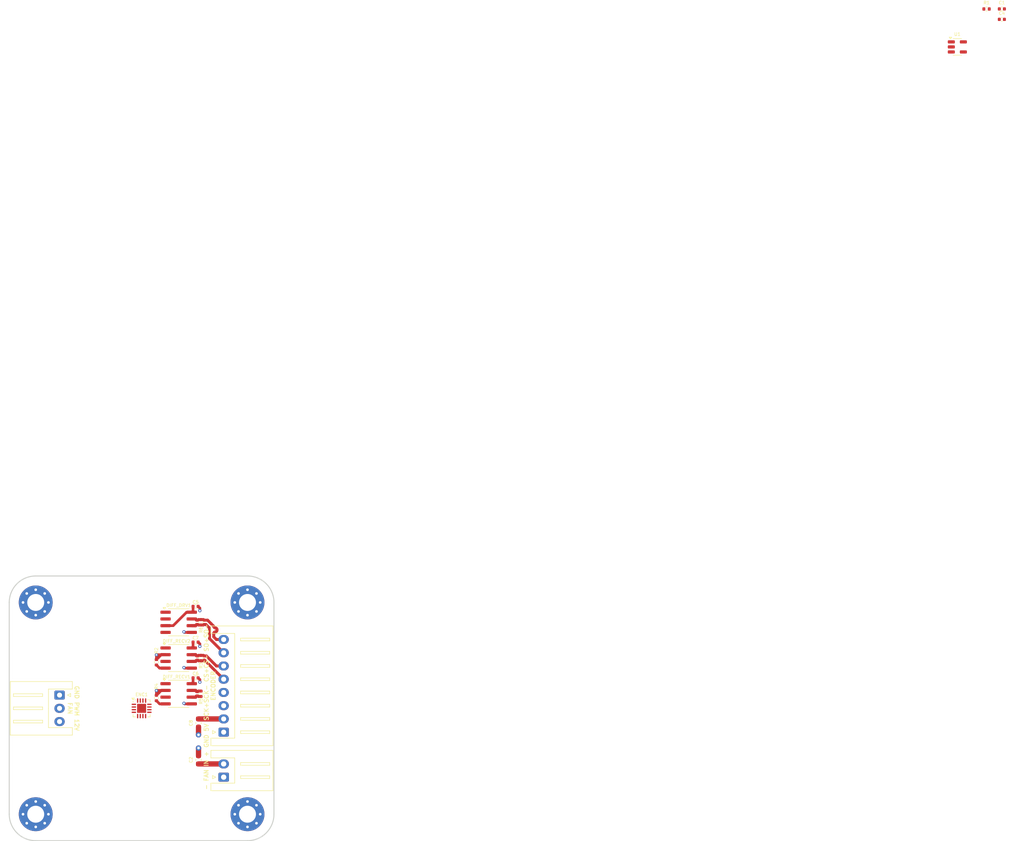
<source format=kicad_pcb>
(kicad_pcb (version 20241229) (generator "pcbnew") (generator_version "9.0")
  (layers (0 "F.Cu" signal) (2 "B.Cu" signal) (13 "F.Paste" user) (15 "B.Paste" user) (5 "F.SilkS" user "F.Silkscreen") (7 "B.SilkS" user "B.Silkscreen") (1 "F.Mask" user) (3 "B.Mask" user) (25 "Edge.Cuts" user))
  (net 0 "")
  (net 1 "GND")
  (net 2 "+5V")
  (net 3 "+12V")
  (net 4 "/ENC_DIFF.MISO-")
  (net 5 "/ENC.MISO")
  (net 7 "/ENC_DIFF.MISO+")
  (net 9 "/ENC_DIFF.SCLK+")
  (net 11 "/ENC_DIFF.SCLK-")
  (net 12 "/ENC.SCLK")
  (net 13 "Net-(DIFF_RECV1-DI)")
  (net 14 "/ENC.SCS")
  (net 15 "Net-(DIFF_RECV2-DI)")
  (net 16 "/ENC_DIFF.SCS-")
  (net 18 "/ENC_DIFF.SCS+")
  (net 29 "/FAN_PWM_INV")
  (net 30 "/FAN_PWM")
  (footprint "Package_SO:SOIC-8_3.9x4.9mm_P1.27mm" (layer "F.Cu") (at 7 -9.5)
    (property "Reference" "DIFF_RECV2" (at -0.4 -3.2 0) (layer "F.SilkS") (effects (font (size 0.6 0.6) (thickness 0.1))))
    (property "Value" "BSP48520AS")
    (fp_line (start 0 -2.56) (end -1.95 -2.56) (stroke (width 0.12)) (layer "F.SilkS"))
    (fp_line (start 0 -2.56) (end 1.95 -2.56) (stroke (width 0.12)) (layer "F.SilkS"))
    (fp_line (start 0 2.56) (end -1.95 2.56) (stroke (width 0.12)) (layer "F.SilkS"))
    (fp_line (start 0 2.56) (end 1.95 2.56) (stroke (width 0.12)) (layer "F.SilkS"))
    (fp_poly (pts (xy -2.7 -2.465) (xy -2.94 -2.795) (xy -2.46 -2.795)) (stroke (width 0.12)) (fill yes) (layer "F.SilkS"))
    (pad "1" smd roundrect (at -2.475 -1.905) (size 1.95 0.6) (layers "F.Cu" "F.Mask" "F.Paste") (net 14 "/ENC.SCS"))
    (pad "2" smd roundrect (at -2.475 -0.635) (size 1.95 0.6) (layers "F.Cu" "F.Mask" "F.Paste") (net 1 "GND"))
    (pad "3" smd roundrect (at -2.475 0.635) (size 1.95 0.6) (layers "F.Cu" "F.Mask" "F.Paste"))
    (pad "4" smd roundrect (at -2.475 1.905) (size 1.95 0.6) (layers "F.Cu" "F.Mask" "F.Paste") (net 15 "Net-(DIFF_RECV2-DI)"))
    (pad "5" smd roundrect (at 2.475 1.905) (size 1.95 0.6) (layers "F.Cu" "F.Mask" "F.Paste") (net 1 "GND"))
    (pad "6" smd roundrect (at 2.475 0.635) (size 1.95 0.6) (layers "F.Cu" "F.Mask" "F.Paste") (net 18 "/ENC_DIFF.SCS+"))
    (pad "7" smd roundrect (at 2.475 -0.635) (size 1.95 0.6) (layers "F.Cu" "F.Mask" "F.Paste") (net 16 "/ENC_DIFF.SCS-"))
    (pad "8" smd roundrect (at 2.475 -1.905) (size 1.95 0.6) (layers "F.Cu" "F.Mask" "F.Paste") (net 2 "+5V"))
  )
  (footprint "MountingHole:MountingHole_3.2mm_M3_Pad_Via" (layer "F.Cu") (at 20 -20)
    (property "Reference" "H1" (hide yes))
    (property "Value" "M3" (hide yes))
    (pad "1" thru_hole circle (at -2.4 0) (size 0.8 0.8) (drill 0.5) (layers "*.Cu" "*.Mask") (net 1 "GND"))
    (pad "1" thru_hole circle (at -1.697056 -1.697056) (size 0.8 0.8) (drill 0.5) (layers "*.Cu" "*.Mask") (net 1 "GND"))
    (pad "1" thru_hole circle (at -1.697056 1.697056) (size 0.8 0.8) (drill 0.5) (layers "*.Cu" "*.Mask") (net 1 "GND"))
    (pad "1" thru_hole circle (at 0 -2.4) (size 0.8 0.8) (drill 0.5) (layers "*.Cu" "*.Mask") (net 1 "GND"))
    (pad "1" thru_hole circle (at 0 0) (size 6.4 6.4) (drill 3.2) (layers "*.Cu" "*.Mask") (net 1 "GND"))
    (pad "1" thru_hole circle (at 0 2.4) (size 0.8 0.8) (drill 0.5) (layers "*.Cu" "*.Mask") (net 1 "GND"))
    (pad "1" thru_hole circle (at 1.697056 -1.697056) (size 0.8 0.8) (drill 0.5) (layers "*.Cu" "*.Mask") (net 1 "GND"))
    (pad "1" thru_hole circle (at 1.697056 1.697056) (size 0.8 0.8) (drill 0.5) (layers "*.Cu" "*.Mask") (net 1 "GND"))
    (pad "1" thru_hole circle (at 2.4 0) (size 0.8 0.8) (drill 0.5) (layers "*.Cu" "*.Mask") (net 1 "GND"))
  )
  (footprint "Resistor_SMD:R_0402_1005Metric" (layer "F.Cu") (at 159.6 -132.1)
    (property "Reference" "R1" (at 0 -1.17 0) (layer "F.SilkS") (effects (font (size 0.6 0.6) (thickness 0.1))))
    (property "Value" "10K")
    (fp_line (start -0.153641 -0.38) (end 0.153641 -0.38) (stroke (width 0.12)) (layer "F.SilkS"))
    (fp_line (start -0.153641 0.38) (end 0.153641 0.38) (stroke (width 0.12)) (layer "F.SilkS"))
    (pad "1" smd roundrect (at -0.51 0) (size 0.54 0.64) (layers "F.Cu" "F.Mask" "F.Paste") (net 2 "+5V"))
    (pad "2" smd roundrect (at 0.51 0) (size 0.54 0.64) (layers "F.Cu" "F.Mask" "F.Paste") (net 29 "/FAN_PWM_INV"))
  )
  (footprint "Capacitor_SMD:C_0402_1005Metric" (layer "F.Cu") (at 10.2 -12.5 180)
    (property "Reference" "C7" (at 0 0.8 0) (layer "F.SilkS") (effects (font (size 0.6 0.6) (thickness 0.1))))
    (property "Value" "100nF 50V")
    (fp_line (start -0.107836 0.36) (end 0.107836 0.36) (stroke (width 0.12)) (layer "F.SilkS"))
    (fp_line (start -0.107836 -0.36) (end 0.107836 -0.36) (stroke (width 0.12)) (layer "F.SilkS"))
    (pad "1" smd roundrect (at -0.48 0 180) (size 0.56 0.62) (layers "F.Cu" "F.Mask" "F.Paste") (net 1 "GND"))
    (pad "2" smd roundrect (at 0.48 0 180) (size 0.56 0.62) (layers "F.Cu" "F.Mask" "F.Paste") (net 2 "+5V"))
  )
  (footprint "Capacitor_SMD:C_0402_1005Metric" (layer "F.Cu") (at 162.49 -130.14)
    (property "Reference" "C4" (at 0 -1.16 0) (layer "F.SilkS") (effects (font (size 0.6 0.6) (thickness 0.1))))
    (property "Value" "100nF 50V")
    (fp_line (start -0.107836 -0.36) (end 0.107836 -0.36) (stroke (width 0.12)) (layer "F.SilkS"))
    (fp_line (start -0.107836 0.36) (end 0.107836 0.36) (stroke (width 0.12)) (layer "F.SilkS"))
    (pad "1" smd roundrect (at -0.48 0) (size 0.56 0.62) (layers "F.Cu" "F.Mask" "F.Paste") (net 1 "GND"))
    (pad "2" smd roundrect (at 0.48 0) (size 0.56 0.62) (layers "F.Cu" "F.Mask" "F.Paste") (net 2 "+5V"))
  )
  (footprint "Resistor_SMD:R_0402_1005Metric" (layer "F.Cu") (at 11.2 -16.25 90)
    (property "Reference" "R6" (at -1.4 0 90) (layer "F.SilkS") (effects (font (size 0.6 0.6) (thickness 0.1))))
    (property "Value" "100")
    (fp_line (start -0.153641 -0.38) (end 0.153641 -0.38) (stroke (width 0.12)) (layer "F.SilkS"))
    (fp_line (start -0.153641 0.38) (end 0.153641 0.38) (stroke (width 0.12)) (layer "F.SilkS"))
    (pad "1" smd roundrect (at -0.509999 0 90) (size 0.54 0.64) (layers "F.Cu" "F.Mask" "F.Paste") (net 7 "/ENC_DIFF.MISO+"))
    (pad "2" smd roundrect (at 0.509999 0 90) (size 0.54 0.64) (layers "F.Cu" "F.Mask" "F.Paste") (net 4 "/ENC_DIFF.MISO-"))
  )
  (footprint "Package_TO_SOT_SMD:SOT-23-5" (layer "F.Cu") (at 154.08 -124.935)
    (property "Reference" "U1" (at 0 -2.4 0) (layer "F.SilkS") (effects (font (size 0.6 0.6) (thickness 0.1))))
    (property "Value" "SN74LVC1G14DBV")
    (fp_line (start 0 -1.56) (end -0.8 -1.56) (stroke (width 0.12)) (layer "F.SilkS"))
    (fp_line (start 0 -1.56) (end 0.8 -1.56) (stroke (width 0.12)) (layer "F.SilkS"))
    (fp_line (start 0 1.56) (end -0.8 1.56) (stroke (width 0.12)) (layer "F.SilkS"))
    (fp_line (start 0 1.56) (end 0.8 1.56) (stroke (width 0.12)) (layer "F.SilkS"))
    (fp_poly (pts (xy -1.3 -1.51) (xy -1.54 -1.84) (xy -1.06 -1.84)) (stroke (width 0.12)) (fill yes) (layer "F.SilkS"))
    (pad "1" smd roundrect (at -1.1375 -0.95) (size 1.325 0.6) (layers "F.Cu" "F.Mask" "F.Paste"))
    (pad "2" smd roundrect (at -1.1375 0) (size 1.325 0.6) (layers "F.Cu" "F.Mask" "F.Paste") (net 29 "/FAN_PWM_INV"))
    (pad "3" smd roundrect (at -1.1375 0.95) (size 1.325 0.6) (layers "F.Cu" "F.Mask" "F.Paste") (net 1 "GND"))
    (pad "4" smd roundrect (at 1.1375 0.95) (size 1.325 0.6) (layers "F.Cu" "F.Mask" "F.Paste") (net 30 "/FAN_PWM"))
    (pad "5" smd roundrect (at 1.1375 -0.95) (size 1.325 0.6) (layers "F.Cu" "F.Mask" "F.Paste") (net 2 "+5V"))
  )
  (footprint "Resistor_SMD:R_0402_1005Metric" (layer "F.Cu") (at 2.8 -8.7 90)
    (property "Reference" "R2" (at 2.2 0 90) (layer "F.SilkS") (effects (font (size 0.6 0.6) (thickness 0.1))))
    (property "Value" "10K")
    (fp_line (start -0.153641 -0.38) (end 0.153641 -0.38) (stroke (width 0.12)) (layer "F.SilkS"))
    (fp_line (start -0.153641 0.38) (end 0.153641 0.38) (stroke (width 0.12)) (layer "F.SilkS"))
    (pad "1" smd roundrect (at -0.509999 0 90) (size 0.54 0.64) (layers "F.Cu" "F.Mask" "F.Paste") (net 15 "Net-(DIFF_RECV2-DI)"))
    (pad "2" smd roundrect (at 0.509999 0 90) (size 0.54 0.64) (layers "F.Cu" "F.Mask" "F.Paste") (net 1 "GND"))
  )
  (footprint "MountingHole:MountingHole_3.2mm_M3_Pad_Via" (layer "F.Cu") (at -20 -20)
    (property "Reference" "H4" (hide yes))
    (property "Value" "M3" (hide yes))
    (pad "1" thru_hole circle (at -2.4 0) (size 0.8 0.8) (drill 0.5) (layers "*.Cu" "*.Mask") (net 1 "GND"))
    (pad "1" thru_hole circle (at -1.697056 -1.697056) (size 0.8 0.8) (drill 0.5) (layers "*.Cu" "*.Mask") (net 1 "GND"))
    (pad "1" thru_hole circle (at -1.697056 1.697056) (size 0.8 0.8) (drill 0.5) (layers "*.Cu" "*.Mask") (net 1 "GND"))
    (pad "1" thru_hole circle (at 0 -2.4) (size 0.8 0.8) (drill 0.5) (layers "*.Cu" "*.Mask") (net 1 "GND"))
    (pad "1" thru_hole circle (at 0 0) (size 6.4 6.4) (drill 3.2) (layers "*.Cu" "*.Mask") (net 1 "GND"))
    (pad "1" thru_hole circle (at 0 2.4) (size 0.8 0.8) (drill 0.5) (layers "*.Cu" "*.Mask") (net 1 "GND"))
    (pad "1" thru_hole circle (at 1.697056 -1.697056) (size 0.8 0.8) (drill 0.5) (layers "*.Cu" "*.Mask") (net 1 "GND"))
    (pad "1" thru_hole circle (at 1.697056 1.697056) (size 0.8 0.8) (drill 0.5) (layers "*.Cu" "*.Mask") (net 1 "GND"))
    (pad "1" thru_hole circle (at 2.4 0) (size 0.8 0.8) (drill 0.5) (layers "*.Cu" "*.Mask") (net 1 "GND"))
  )
  (footprint "Capacitor_SMD:C_0603_1608Metric" (layer "F.Cu") (at 10.75 2.775 90)
    (property "Reference" "C8" (at 0 -1.43 90) (layer "F.SilkS") (effects (font (size 0.6 0.6) (thickness 0.1))))
    (property "Value" "10uF 25V")
    (fp_line (start -0.140581 -0.51) (end 0.140581 -0.51) (stroke (width 0.12)) (layer "F.SilkS"))
    (fp_line (start -0.140581 0.51) (end 0.140581 0.51) (stroke (width 0.12)) (layer "F.SilkS"))
    (pad "1" smd roundrect (at -0.775 0 90) (size 0.9 0.95) (layers "F.Cu" "F.Mask" "F.Paste") (net 1 "GND"))
    (pad "2" smd roundrect (at 0.775 0 90) (size 0.9 0.95) (layers "F.Cu" "F.Mask" "F.Paste") (net 2 "+5V"))
  )
  (footprint "Package_DFN_QFN:QFN-16-1EP_3x3mm_P0.5mm_EP1.7x1.7mm" (layer "F.Cu") (at 0 0)
    (property "Reference" "ENC1" (at 0 -2.6 0) (layer "F.SilkS") (effects (font (size 0.6 0.6) (thickness 0.1))))
    (property "Value" "MT6701QT")
    (fp_line (start -1.61 -1.135) (end -1.61 -1.37) (stroke (width 0.12)) (layer "F.SilkS"))
    (fp_line (start -1.61 1.61) (end -1.61 1.135) (stroke (width 0.12)) (layer "F.SilkS"))
    (fp_line (start -1.135 -1.61) (end -1.31 -1.61) (stroke (width 0.12)) (layer "F.SilkS"))
    (fp_line (start -1.135 1.61) (end -1.61 1.61) (stroke (width 0.12)) (layer "F.SilkS"))
    (fp_line (start 1.135 -1.61) (end 1.61 -1.61) (stroke (width 0.12)) (layer "F.SilkS"))
    (fp_line (start 1.135 1.61) (end 1.61 1.61) (stroke (width 0.12)) (layer "F.SilkS"))
    (fp_line (start 1.61 -1.61) (end 1.61 -1.135) (stroke (width 0.12)) (layer "F.SilkS"))
    (fp_line (start 1.61 1.61) (end 1.61 1.135) (stroke (width 0.12)) (layer "F.SilkS"))
    (fp_poly (pts (xy -1.61 -1.61) (xy -1.85 -1.94) (xy -1.37 -1.94)) (stroke (width 0.12)) (fill yes) (layer "F.SilkS"))
    (pad "1" smd roundrect (at -1.4625 -0.75) (size 0.825 0.25) (layers "F.Cu" "F.Mask" "F.Paste"))
    (pad "2" smd roundrect (at -1.4625 -0.25) (size 0.825 0.25) (layers "F.Cu" "F.Mask" "F.Paste"))
    (pad "3" smd roundrect (at -1.4625 0.25) (size 0.825 0.25) (layers "F.Cu" "F.Mask" "F.Paste"))
    (pad "4" smd roundrect (at -1.4625 0.75) (size 0.825 0.25) (layers "F.Cu" "F.Mask" "F.Paste"))
    (pad "5" smd roundrect (at -0.75 1.4625) (size 0.25 0.825) (layers "F.Cu" "F.Mask" "F.Paste"))
    (pad "6" smd roundrect (at -0.25 1.4625) (size 0.25 0.825) (layers "F.Cu" "F.Mask" "F.Paste") (net 5 "/ENC.MISO"))
    (pad "7" smd roundrect (at 0.25 1.4625) (size 0.25 0.825) (layers "F.Cu" "F.Mask" "F.Paste") (net 12 "/ENC.SCLK"))
    (pad "8" smd roundrect (at 0.75 1.4625) (size 0.25 0.825) (layers "F.Cu" "F.Mask" "F.Paste") (net 14 "/ENC.SCS"))
    (pad "9" smd roundrect (at 1.4625 0.75) (size 0.825 0.25) (layers "F.Cu" "F.Mask" "F.Paste"))
    (pad "10" smd roundrect (at 1.4625 0.25) (size 0.825 0.25) (layers "F.Cu" "F.Mask" "F.Paste"))
    (pad "11" smd roundrect (at 1.4625 -0.25) (size 0.825 0.25) (layers "F.Cu" "F.Mask" "F.Paste"))
    (pad "12" smd roundrect (at 1.4625 -0.75) (size 0.825 0.25) (layers "F.Cu" "F.Mask" "F.Paste"))
    (pad "13" smd roundrect (at 0.75 -1.4625) (size 0.25 0.825) (layers "F.Cu" "F.Mask" "F.Paste") (net 2 "+5V"))
    (pad "14" smd roundrect (at 0.25 -1.4625) (size 0.25 0.825) (layers "F.Cu" "F.Mask" "F.Paste") (net 2 "+5V"))
    (pad "15" smd roundrect (at -0.25 -1.4625) (size 0.25 0.825) (layers "F.Cu" "F.Mask" "F.Paste"))
    (pad "16" smd roundrect (at -0.75 -1.4625) (size 0.25 0.825) (layers "F.Cu" "F.Mask" "F.Paste") (net 1 "GND"))
    (pad "17" smd rect (at 0 0) (size 1.7 1.7) (property pad_prop_heatsink) (layers "F.Cu" "F.Mask") (net 1 "GND"))
  )
  (footprint "Resistor_SMD:R_0402_1005Metric" (layer "F.Cu") (at 11.2 -2.75 90)
    (property "Reference" "R5" (at -1.4 0 90) (layer "F.SilkS") (effects (font (size 0.6 0.6) (thickness 0.1))))
    (property "Value" "100")
    (fp_line (start -0.153641 -0.38) (end 0.153641 -0.38) (stroke (width 0.12)) (layer "F.SilkS"))
    (fp_line (start -0.153641 0.38) (end 0.153641 0.38) (stroke (width 0.12)) (layer "F.SilkS"))
    (pad "1" smd roundrect (at -0.509999 0 90) (size 0.54 0.64) (layers "F.Cu" "F.Mask" "F.Paste") (net 9 "/ENC_DIFF.SCLK+"))
    (pad "2" smd roundrect (at 0.509999 0 90) (size 0.54 0.64) (layers "F.Cu" "F.Mask" "F.Paste") (net 11 "/ENC_DIFF.SCLK-"))
  )
  (footprint "Capacitor_SMD:C_0603_1608Metric" (layer "F.Cu") (at 10.75 9.725 90)
    (property "Reference" "C2" (at 0 -1.43 90) (layer "F.SilkS") (effects (font (size 0.6 0.6) (thickness 0.1))))
    (property "Value" "10uF 25V")
    (fp_line (start -0.140581 -0.51) (end 0.140581 -0.51) (stroke (width 0.12)) (layer "F.SilkS"))
    (fp_line (start -0.140581 0.51) (end 0.140581 0.51) (stroke (width 0.12)) (layer "F.SilkS"))
    (pad "1" smd roundrect (at -0.775 0 90) (size 0.9 0.95) (layers "F.Cu" "F.Mask" "F.Paste") (net 3 "+12V"))
    (pad "2" smd roundrect (at 0.775 0 90) (size 0.9 0.95) (layers "F.Cu" "F.Mask" "F.Paste") (net 1 "GND"))
  )
  (footprint "Package_SO:SOIC-8_3.9x4.9mm_P1.27mm" (layer "F.Cu") (at 7 -16.25)
    (property "Reference" "DIFF_DRV1" (at 0 -3.2 0) (layer "F.SilkS") (effects (font (size 0.6 0.6) (thickness 0.1))))
    (property "Value" "BSP48520AS")
    (fp_line (start 0 -2.56) (end -1.95 -2.56) (stroke (width 0.12)) (layer "F.SilkS"))
    (fp_line (start 0 -2.56) (end 1.95 -2.56) (stroke (width 0.12)) (layer "F.SilkS"))
    (fp_line (start 0 2.56) (end -1.95 2.56) (stroke (width 0.12)) (layer "F.SilkS"))
    (fp_line (start 0 2.56) (end 1.95 2.56) (stroke (width 0.12)) (layer "F.SilkS"))
    (fp_poly (pts (xy -2.7 -2.465) (xy -2.94 -2.795) (xy -2.46 -2.795)) (stroke (width 0.12)) (fill yes) (layer "F.SilkS"))
    (pad "1" smd roundrect (at -2.475 -1.905) (size 1.95 0.6) (layers "F.Cu" "F.Mask" "F.Paste"))
    (pad "2" smd roundrect (at -2.475 -0.635) (size 1.95 0.6) (layers "F.Cu" "F.Mask" "F.Paste"))
    (pad "3" smd roundrect (at -2.475 0.635) (size 1.95 0.6) (layers "F.Cu" "F.Mask" "F.Paste") (net 2 "+5V"))
    (pad "4" smd roundrect (at -2.475 1.905) (size 1.95 0.6) (layers "F.Cu" "F.Mask" "F.Paste") (net 5 "/ENC.MISO"))
    (pad "5" smd roundrect (at 2.475 1.905) (size 1.95 0.6) (layers "F.Cu" "F.Mask" "F.Paste") (net 1 "GND"))
    (pad "6" smd roundrect (at 2.475 0.635) (size 1.95 0.6) (layers "F.Cu" "F.Mask" "F.Paste") (net 7 "/ENC_DIFF.MISO+"))
    (pad "7" smd roundrect (at 2.475 -0.635) (size 1.95 0.6) (layers "F.Cu" "F.Mask" "F.Paste") (net 4 "/ENC_DIFF.MISO-"))
    (pad "8" smd roundrect (at 2.475 -1.905) (size 1.95 0.6) (layers "F.Cu" "F.Mask" "F.Paste") (net 2 "+5V"))
  )
  (footprint "Resistor_SMD:R_0402_1005Metric" (layer "F.Cu") (at 11.2 -9.5 90)
    (property "Reference" "R3" (at -1.4 0 90) (layer "F.SilkS") (effects (font (size 0.6 0.6) (thickness 0.1))))
    (property "Value" "100")
    (fp_line (start -0.153641 -0.38) (end 0.153641 -0.38) (stroke (width 0.12)) (layer "F.SilkS"))
    (fp_line (start -0.153641 0.38) (end 0.153641 0.38) (stroke (width 0.12)) (layer "F.SilkS"))
    (pad "1" smd roundrect (at -0.509999 0 90) (size 0.54 0.64) (layers "F.Cu" "F.Mask" "F.Paste") (net 18 "/ENC_DIFF.SCS+"))
    (pad "2" smd roundrect (at 0.509999 0 90) (size 0.54 0.64) (layers "F.Cu" "F.Mask" "F.Paste") (net 16 "/ENC_DIFF.SCS-"))
  )
  (footprint "Capacitor_SMD:C_0402_1005Metric" (layer "F.Cu") (at 10.2 -19.25 180)
    (property "Reference" "C5" (at 0 0.8 0) (layer "F.SilkS") (effects (font (size 0.6 0.6) (thickness 0.1))))
    (property "Value" "100nF 50V")
    (fp_line (start -0.107836 0.36) (end 0.107836 0.36) (stroke (width 0.12)) (layer "F.SilkS"))
    (fp_line (start -0.107836 -0.36) (end 0.107836 -0.36) (stroke (width 0.12)) (layer "F.SilkS"))
    (pad "1" smd roundrect (at -0.48 0 180) (size 0.56 0.62) (layers "F.Cu" "F.Mask" "F.Paste") (net 1 "GND"))
    (pad "2" smd roundrect (at 0.48 0 180) (size 0.56 0.62) (layers "F.Cu" "F.Mask" "F.Paste") (net 2 "+5V"))
  )
  (footprint "MountingHole:MountingHole_3.2mm_M3_Pad_Via" (layer "F.Cu") (at 20 20)
    (property "Reference" "H2" (hide yes))
    (property "Value" "M3" (hide yes))
    (pad "1" thru_hole circle (at -2.4 0) (size 0.8 0.8) (drill 0.5) (layers "*.Cu" "*.Mask") (net 1 "GND"))
    (pad "1" thru_hole circle (at -1.697056 -1.697056) (size 0.8 0.8) (drill 0.5) (layers "*.Cu" "*.Mask") (net 1 "GND"))
    (pad "1" thru_hole circle (at -1.697056 1.697056) (size 0.8 0.8) (drill 0.5) (layers "*.Cu" "*.Mask") (net 1 "GND"))
    (pad "1" thru_hole circle (at 0 -2.4) (size 0.8 0.8) (drill 0.5) (layers "*.Cu" "*.Mask") (net 1 "GND"))
    (pad "1" thru_hole circle (at 0 0) (size 6.4 6.4) (drill 3.2) (layers "*.Cu" "*.Mask") (net 1 "GND"))
    (pad "1" thru_hole circle (at 0 2.4) (size 0.8 0.8) (drill 0.5) (layers "*.Cu" "*.Mask") (net 1 "GND"))
    (pad "1" thru_hole circle (at 1.697056 -1.697056) (size 0.8 0.8) (drill 0.5) (layers "*.Cu" "*.Mask") (net 1 "GND"))
    (pad "1" thru_hole circle (at 1.697056 1.697056) (size 0.8 0.8) (drill 0.5) (layers "*.Cu" "*.Mask") (net 1 "GND"))
    (pad "1" thru_hole circle (at 2.4 0) (size 0.8 0.8) (drill 0.5) (layers "*.Cu" "*.Mask") (net 1 "GND"))
  )
  (footprint "Package_SO:SOIC-8_3.9x4.9mm_P1.27mm" (layer "F.Cu") (at 7 -2.75)
    (property "Reference" "DIFF_RECV1" (at -0.4 -3.2 0) (layer "F.SilkS") (effects (font (size 0.6 0.6) (thickness 0.1))))
    (property "Value" "BSP48520AS")
    (fp_line (start 0 -2.56) (end -1.95 -2.56) (stroke (width 0.12)) (layer "F.SilkS"))
    (fp_line (start 0 -2.56) (end 1.95 -2.56) (stroke (width 0.12)) (layer "F.SilkS"))
    (fp_line (start 0 2.56) (end -1.95 2.56) (stroke (width 0.12)) (layer "F.SilkS"))
    (fp_line (start 0 2.56) (end 1.95 2.56) (stroke (width 0.12)) (layer "F.SilkS"))
    (fp_poly (pts (xy -2.7 -2.465) (xy -2.94 -2.795) (xy -2.46 -2.795)) (stroke (width 0.12)) (fill yes) (layer "F.SilkS"))
    (pad "1" smd roundrect (at -2.475 -1.905) (size 1.95 0.6) (layers "F.Cu" "F.Mask" "F.Paste") (net 12 "/ENC.SCLK"))
    (pad "2" smd roundrect (at -2.475 -0.635) (size 1.95 0.6) (layers "F.Cu" "F.Mask" "F.Paste") (net 1 "GND"))
    (pad "3" smd roundrect (at -2.475 0.635) (size 1.95 0.6) (layers "F.Cu" "F.Mask" "F.Paste"))
    (pad "4" smd roundrect (at -2.475 1.905) (size 1.95 0.6) (layers "F.Cu" "F.Mask" "F.Paste") (net 13 "Net-(DIFF_RECV1-DI)"))
    (pad "5" smd roundrect (at 2.475 1.905) (size 1.95 0.6) (layers "F.Cu" "F.Mask" "F.Paste") (net 1 "GND"))
    (pad "6" smd roundrect (at 2.475 0.635) (size 1.95 0.6) (layers "F.Cu" "F.Mask" "F.Paste") (net 9 "/ENC_DIFF.SCLK+"))
    (pad "7" smd roundrect (at 2.475 -0.635) (size 1.95 0.6) (layers "F.Cu" "F.Mask" "F.Paste") (net 11 "/ENC_DIFF.SCLK-"))
    (pad "8" smd roundrect (at 2.475 -1.905) (size 1.95 0.6) (layers "F.Cu" "F.Mask" "F.Paste") (net 2 "+5V"))
  )
  (footprint "Resistor_SMD:R_0402_1005Metric" (layer "F.Cu") (at 2.8 -1.95 90)
    (property "Reference" "R4" (at 2.2 0 90) (layer "F.SilkS") (effects (font (size 0.6 0.6) (thickness 0.1))))
    (property "Value" "10K")
    (fp_line (start -0.153641 -0.38) (end 0.153641 -0.38) (stroke (width 0.12)) (layer "F.SilkS"))
    (fp_line (start -0.153641 0.38) (end 0.153641 0.38) (stroke (width 0.12)) (layer "F.SilkS"))
    (pad "1" smd roundrect (at -0.509999 0 90) (size 0.54 0.64) (layers "F.Cu" "F.Mask" "F.Paste") (net 13 "Net-(DIFF_RECV1-DI)"))
    (pad "2" smd roundrect (at 0.509999 0 90) (size 0.54 0.64) (layers "F.Cu" "F.Mask" "F.Paste") (net 1 "GND"))
  )
  (footprint "Connector_JST:JST_XH_S8B-XH-A_1x08_P2.50mm_Horizontal" (layer "F.Cu") (at 15.5 4.5 90)
    (property "Reference" "J1" (hide yes))
    (property "Value" "S8B-XH-A")
    (fp_line (start 20.06 -2.41) (end 18.64 -2.41) (stroke (width 0.12)) (layer "F.SilkS"))
    (fp_line (start 18.64 -2.41) (end 18.64 2.09) (stroke (width 0.12)) (layer "F.SilkS"))
    (fp_line (start -1.14 -2.41) (end -1.14 2.09) (stroke (width 0.12)) (layer "F.SilkS"))
    (fp_line (start -2.56 -2.41) (end -1.14 -2.41) (stroke (width 0.12)) (layer "F.SilkS"))
    (fp_line (start 0.3 -2.1) (end 0 -1.5) (stroke (width 0.12)) (layer "F.SilkS"))
    (fp_line (start -0.3 -2.1) (end 0.3 -2.1) (stroke (width 0.12)) (layer "F.SilkS"))
    (fp_line (start 0 -1.5) (end -0.3 -2.1) (stroke (width 0.12)) (layer "F.SilkS"))
    (fp_line (start 18.64 2.09) (end 8.75 2.09) (stroke (width 0.12)) (layer "F.SilkS"))
    (fp_line (start -1.14 2.09) (end 8.75 2.09) (stroke (width 0.12)) (layer "F.SilkS"))
    (fp_line (start 17.75 3.2) (end 17.25 3.2) (stroke (width 0.12)) (layer "F.SilkS"))
    (fp_line (start 17.25 3.2) (end 17.25 8.7) (stroke (width 0.12)) (layer "F.SilkS"))
    (fp_line (start 15.25 3.2) (end 14.75 3.2) (stroke (width 0.12)) (layer "F.SilkS"))
    (fp_line (start 14.75 3.2) (end 14.75 8.7) (stroke (width 0.12)) (layer "F.SilkS"))
    (fp_line (start 12.75 3.2) (end 12.25 3.2) (stroke (width 0.12)) (layer "F.SilkS"))
    (fp_line (start 12.25 3.2) (end 12.25 8.7) (stroke (width 0.12)) (layer "F.SilkS"))
    (fp_line (start 10.25 3.2) (end 9.75 3.2) (stroke (width 0.12)) (layer "F.SilkS"))
    (fp_line (start 9.75 3.2) (end 9.75 8.7) (stroke (width 0.12)) (layer "F.SilkS"))
    (fp_line (start 7.75 3.2) (end 7.25 3.2) (stroke (width 0.12)) (layer "F.SilkS"))
    (fp_line (start 7.25 3.2) (end 7.25 8.7) (stroke (width 0.12)) (layer "F.SilkS"))
    (fp_line (start 5.25 3.2) (end 4.75 3.2) (stroke (width 0.12)) (layer "F.SilkS"))
    (fp_line (start 4.75 3.2) (end 4.75 8.7) (stroke (width 0.12)) (layer "F.SilkS"))
    (fp_line (start 2.75 3.2) (end 2.25 3.2) (stroke (width 0.12)) (layer "F.SilkS"))
    (fp_line (start 2.25 3.2) (end 2.25 8.7) (stroke (width 0.12)) (layer "F.SilkS"))
    (fp_line (start 0.25 3.2) (end -0.25 3.2) (stroke (width 0.12)) (layer "F.SilkS"))
    (fp_line (start -0.25 3.2) (end -0.25 8.7) (stroke (width 0.12)) (layer "F.SilkS"))
    (fp_line (start 17.749999 8.7) (end 17.75 3.2) (stroke (width 0.12)) (layer "F.SilkS"))
    (fp_line (start 17.25 8.7) (end 17.749999 8.7) (stroke (width 0.12)) (layer "F.SilkS"))
    (fp_line (start 15.249999 8.7) (end 15.25 3.2) (stroke (width 0.12)) (layer "F.SilkS"))
    (fp_line (start 14.75 8.7) (end 15.249999 8.7) (stroke (width 0.12)) (layer "F.SilkS"))
    (fp_line (start 12.749999 8.7) (end 12.75 3.2) (stroke (width 0.12)) (layer "F.SilkS"))
    (fp_line (start 12.25 8.7) (end 12.749999 8.7) (stroke (width 0.12)) (layer "F.SilkS"))
    (fp_line (start 10.250001 8.7) (end 10.25 3.2) (stroke (width 0.12)) (layer "F.SilkS"))
    (fp_line (start 9.75 8.7) (end 10.250001 8.7) (stroke (width 0.12)) (layer "F.SilkS"))
    (fp_line (start 7.750001 8.7) (end 7.75 3.2) (stroke (width 0.12)) (layer "F.SilkS"))
    (fp_line (start 7.25 8.7) (end 7.750001 8.7) (stroke (width 0.12)) (layer "F.SilkS"))
    (fp_line (start 5.250001 8.7) (end 5.25 3.2) (stroke (width 0.12)) (layer "F.SilkS"))
    (fp_line (start 4.75 8.7) (end 5.250001 8.7) (stroke (width 0.12)) (layer "F.SilkS"))
    (fp_line (start 2.75 8.7) (end 2.75 3.2) (stroke (width 0.12)) (layer "F.SilkS"))
    (fp_line (start 2.25 8.7) (end 2.75 8.7) (stroke (width 0.12)) (layer "F.SilkS"))
    (fp_line (start 0.25 8.7) (end 0.25 3.2) (stroke (width 0.12)) (layer "F.SilkS"))
    (fp_line (start -0.25 8.7) (end 0.25 8.7) (stroke (width 0.12)) (layer "F.SilkS"))
    (fp_line (start 20.06 9.31) (end 20.06 -2.41) (stroke (width 0.12)) (layer "F.SilkS"))
    (fp_line (start 8.75 9.31) (end 20.06 9.31) (stroke (width 0.12)) (layer "F.SilkS"))
    (fp_line (start 8.75 9.31) (end -2.559999 9.31) (stroke (width 0.12)) (layer "F.SilkS"))
    (fp_line (start -2.559999 9.31) (end -2.56 -2.41) (stroke (width 0.12)) (layer "F.SilkS"))
    (pad "1" thru_hole roundrect (at 0 0 90) (size 1.7 1.95) (drill 0.95) (layers "*.Cu" "*.Mask") (roundrect_rratio 0.147059) (net 1 "GND"))
    (pad "2" thru_hole oval (at 2.5 0 90) (size 1.7 1.95) (drill 0.95) (layers "*.Cu" "*.Mask") (net 2 "+5V"))
    (pad "3" thru_hole oval (at 5 0 90) (size 1.7 1.95) (drill 0.95) (layers "*.Cu" "*.Mask") (net 9 "/ENC_DIFF.SCLK+"))
    (pad "4" thru_hole oval (at 7.5 0 90) (size 1.7 1.95) (drill 0.95) (layers "*.Cu" "*.Mask") (net 11 "/ENC_DIFF.SCLK-"))
    (pad "5" thru_hole oval (at 10 0 90) (size 1.7 1.95) (drill 0.95) (layers "*.Cu" "*.Mask") (net 18 "/ENC_DIFF.SCS+"))
    (pad "6" thru_hole oval (at 12.5 0 90) (size 1.7 1.95) (drill 0.95) (layers "*.Cu" "*.Mask") (net 16 "/ENC_DIFF.SCS-"))
    (pad "7" thru_hole oval (at 15 0 90) (size 1.7 1.95) (drill 0.95) (layers "*.Cu" "*.Mask") (net 7 "/ENC_DIFF.MISO+"))
    (pad "8" thru_hole oval (at 17.5 0 90) (size 1.7 1.95) (drill 0.95) (layers "*.Cu" "*.Mask") (net 4 "/ENC_DIFF.MISO-"))
  )
  (footprint "Connector_JST:JST_XH_S3B-XH-A_1x03_P2.50mm_Horizontal" (layer "F.Cu") (at -15.5 -2.5 -90)
    (property "Reference" "J3" (hide yes))
    (property "Value" "S3B-XH-A")
    (fp_line (start -2.559999 9.31) (end -2.56 -2.41) (stroke (width 0.12)) (layer "F.SilkS"))
    (fp_line (start 2.5 9.31) (end -2.559999 9.31) (stroke (width 0.12)) (layer "F.SilkS"))
    (fp_line (start 2.5 9.31) (end 7.56 9.31) (stroke (width 0.12)) (layer "F.SilkS"))
    (fp_line (start 7.56 9.31) (end 7.56 -2.41) (stroke (width 0.12)) (layer "F.SilkS"))
    (fp_line (start -0.25 8.7) (end 0.25 8.7) (stroke (width 0.12)) (layer "F.SilkS"))
    (fp_line (start 0.25 8.7) (end 0.25 3.2) (stroke (width 0.12)) (layer "F.SilkS"))
    (fp_line (start 2.25 8.7) (end 2.75 8.7) (stroke (width 0.12)) (layer "F.SilkS"))
    (fp_line (start 2.75 8.7) (end 2.75 3.2) (stroke (width 0.12)) (layer "F.SilkS"))
    (fp_line (start 4.75 8.7) (end 5.250001 8.7) (stroke (width 0.12)) (layer "F.SilkS"))
    (fp_line (start 5.250001 8.7) (end 5.25 3.2) (stroke (width 0.12)) (layer "F.SilkS"))
    (fp_line (start -0.25 3.2) (end -0.25 8.7) (stroke (width 0.12)) (layer "F.SilkS"))
    (fp_line (start 0.25 3.2) (end -0.25 3.2) (stroke (width 0.12)) (layer "F.SilkS"))
    (fp_line (start 2.25 3.2) (end 2.25 8.7) (stroke (width 0.12)) (layer "F.SilkS"))
    (fp_line (start 2.75 3.2) (end 2.25 3.2) (stroke (width 0.12)) (layer "F.SilkS"))
    (fp_line (start 4.75 3.2) (end 4.75 8.7) (stroke (width 0.12)) (layer "F.SilkS"))
    (fp_line (start 5.25 3.2) (end 4.75 3.2) (stroke (width 0.12)) (layer "F.SilkS"))
    (fp_line (start -1.14 2.09) (end 2.5 2.09) (stroke (width 0.12)) (layer "F.SilkS"))
    (fp_line (start 6.14 2.09) (end 2.5 2.09) (stroke (width 0.12)) (layer "F.SilkS"))
    (fp_line (start 0 -1.5) (end -0.3 -2.1) (stroke (width 0.12)) (layer "F.SilkS"))
    (fp_line (start -0.3 -2.1) (end 0.3 -2.1) (stroke (width 0.12)) (layer "F.SilkS"))
    (fp_line (start 0.3 -2.1) (end 0 -1.5) (stroke (width 0.12)) (layer "F.SilkS"))
    (fp_line (start -2.56 -2.41) (end -1.14 -2.41) (stroke (width 0.12)) (layer "F.SilkS"))
    (fp_line (start -1.14 -2.41) (end -1.14 2.09) (stroke (width 0.12)) (layer "F.SilkS"))
    (fp_line (start 6.14 -2.41) (end 6.14 2.09) (stroke (width 0.12)) (layer "F.SilkS"))
    (fp_line (start 7.56 -2.41) (end 6.14 -2.41) (stroke (width 0.12)) (layer "F.SilkS"))
    (pad "1" thru_hole roundrect (at 0 0 270) (size 1.7 1.95) (drill 0.95) (layers "*.Cu" "*.Mask") (roundrect_rratio 0.147059) (net 1 "GND"))
    (pad "2" thru_hole oval (at 2.5 0 270) (size 1.7 1.95) (drill 0.95) (layers "*.Cu" "*.Mask") (net 30 "/FAN_PWM"))
    (pad "3" thru_hole oval (at 5 0 270) (size 1.7 1.95) (drill 0.95) (layers "*.Cu" "*.Mask") (net 3 "+12V"))
  )
  (footprint "MountingHole:MountingHole_3.2mm_M3_Pad_Via" (layer "F.Cu") (at -20 20)
    (property "Reference" "H3" (hide yes))
    (property "Value" "M3" (hide yes))
    (pad "1" thru_hole circle (at -2.4 0) (size 0.8 0.8) (drill 0.5) (layers "*.Cu" "*.Mask") (net 1 "GND"))
    (pad "1" thru_hole circle (at -1.697056 -1.697056) (size 0.8 0.8) (drill 0.5) (layers "*.Cu" "*.Mask") (net 1 "GND"))
    (pad "1" thru_hole circle (at -1.697056 1.697056) (size 0.8 0.8) (drill 0.5) (layers "*.Cu" "*.Mask") (net 1 "GND"))
    (pad "1" thru_hole circle (at 0 -2.4) (size 0.8 0.8) (drill 0.5) (layers "*.Cu" "*.Mask") (net 1 "GND"))
    (pad "1" thru_hole circle (at 0 0) (size 6.4 6.4) (drill 3.2) (layers "*.Cu" "*.Mask") (net 1 "GND"))
    (pad "1" thru_hole circle (at 0 2.4) (size 0.8 0.8) (drill 0.5) (layers "*.Cu" "*.Mask") (net 1 "GND"))
    (pad "1" thru_hole circle (at 1.697056 -1.697056) (size 0.8 0.8) (drill 0.5) (layers "*.Cu" "*.Mask") (net 1 "GND"))
    (pad "1" thru_hole circle (at 1.697056 1.697056) (size 0.8 0.8) (drill 0.5) (layers "*.Cu" "*.Mask") (net 1 "GND"))
    (pad "1" thru_hole circle (at 2.4 0) (size 0.8 0.8) (drill 0.5) (layers "*.Cu" "*.Mask") (net 1 "GND"))
  )
  (footprint "Capacitor_SMD:C_0402_1005Metric" (layer "F.Cu") (at 162.49 -132.11)
    (property "Reference" "C1" (at 0 -1.16 0) (layer "F.SilkS") (effects (font (size 0.6 0.6) (thickness 0.1))))
    (property "Value" "100nF 50V")
    (fp_line (start -0.107836 -0.36) (end 0.107836 -0.36) (stroke (width 0.12)) (layer "F.SilkS"))
    (fp_line (start -0.107836 0.36) (end 0.107836 0.36) (stroke (width 0.12)) (layer "F.SilkS"))
    (pad "1" smd roundrect (at -0.48 0) (size 0.56 0.62) (layers "F.Cu" "F.Mask" "F.Paste") (net 1 "GND"))
    (pad "2" smd roundrect (at 0.48 0) (size 0.56 0.62) (layers "F.Cu" "F.Mask" "F.Paste") (net 2 "+5V"))
  )
  (footprint "Capacitor_SMD:C_0402_1005Metric" (layer "F.Cu") (at 10.2 -5.75 180)
    (property "Reference" "C6" (at 0 0.8 0) (layer "F.SilkS") (effects (font (size 0.6 0.6) (thickness 0.1))))
    (property "Value" "100nF 50V")
    (fp_line (start -0.107836 0.36) (end 0.107836 0.36) (stroke (width 0.12)) (layer "F.SilkS"))
    (fp_line (start -0.107836 -0.36) (end 0.107836 -0.36) (stroke (width 0.12)) (layer "F.SilkS"))
    (pad "1" smd roundrect (at -0.48 0 180) (size 0.56 0.62) (layers "F.Cu" "F.Mask" "F.Paste") (net 1 "GND"))
    (pad "2" smd roundrect (at 0.48 0 180) (size 0.56 0.62) (layers "F.Cu" "F.Mask" "F.Paste") (net 2 "+5V"))
  )
  (footprint "Connector_JST:JST_XH_S2B-XH-A_1x02_P2.50mm_Horizontal" (layer "F.Cu") (at 15.5 13 90)
    (property "Reference" "J2" (hide yes))
    (property "Value" "S2B-XH-A")
    (fp_line (start 5.06 -2.41) (end 3.64 -2.41) (stroke (width 0.12)) (layer "F.SilkS"))
    (fp_line (start 3.64 -2.41) (end 3.64 2.09) (stroke (width 0.12)) (layer "F.SilkS"))
    (fp_line (start -1.14 -2.41) (end -1.14 2.09) (stroke (width 0.12)) (layer "F.SilkS"))
    (fp_line (start -2.56 -2.41) (end -1.14 -2.41) (stroke (width 0.12)) (layer "F.SilkS"))
    (fp_line (start 0.3 -2.1) (end 0 -1.5) (stroke (width 0.12)) (layer "F.SilkS"))
    (fp_line (start -0.3 -2.1) (end 0.3 -2.1) (stroke (width 0.12)) (layer "F.SilkS"))
    (fp_line (start 0 -1.5) (end -0.3 -2.1) (stroke (width 0.12)) (layer "F.SilkS"))
    (fp_line (start 3.64 2.09) (end 1.25 2.09) (stroke (width 0.12)) (layer "F.SilkS"))
    (fp_line (start -1.14 2.09) (end 1.25 2.09) (stroke (width 0.12)) (layer "F.SilkS"))
    (fp_line (start 2.75 3.2) (end 2.25 3.2) (stroke (width 0.12)) (layer "F.SilkS"))
    (fp_line (start 2.25 3.2) (end 2.25 8.7) (stroke (width 0.12)) (layer "F.SilkS"))
    (fp_line (start 0.25 3.2) (end -0.25 3.2) (stroke (width 0.12)) (layer "F.SilkS"))
    (fp_line (start -0.25 3.2) (end -0.25 8.7) (stroke (width 0.12)) (layer "F.SilkS"))
    (fp_line (start 2.75 8.7) (end 2.75 3.2) (stroke (width 0.12)) (layer "F.SilkS"))
    (fp_line (start 2.25 8.7) (end 2.75 8.7) (stroke (width 0.12)) (layer "F.SilkS"))
    (fp_line (start 0.25 8.7) (end 0.25 3.2) (stroke (width 0.12)) (layer "F.SilkS"))
    (fp_line (start -0.25 8.7) (end 0.25 8.7) (stroke (width 0.12)) (layer "F.SilkS"))
    (fp_line (start 5.06 9.31) (end 5.06 -2.41) (stroke (width 0.12)) (layer "F.SilkS"))
    (fp_line (start -2.559999 9.31) (end -2.56 -2.41) (stroke (width 0.12)) (layer "F.SilkS"))
    (fp_line (start 1.25 9.310001) (end 5.06 9.31) (stroke (width 0.12)) (layer "F.SilkS"))
    (fp_line (start 1.25 9.310001) (end -2.559999 9.31) (stroke (width 0.12)) (layer "F.SilkS"))
    (pad "1" thru_hole roundrect (at 0 0 90) (size 1.7 2) (drill 1) (layers "*.Cu" "*.Mask") (roundrect_rratio 0.147059) (net 29 "/FAN_PWM_INV"))
    (pad "2" thru_hole oval (at 2.5 0 90) (size 1.7 2) (drill 1) (layers "*.Cu" "*.Mask") (net 3 "+12V"))
  )
  (gr_arc (start 25 20) (mid 23.535534 23.535534) (end 20 25) (stroke (width 0.2)) (layer "Edge.Cuts"))
  (gr_arc (start -20 25) (mid -23.535534 23.535534) (end -25 20) (stroke (width 0.2)) (layer "Edge.Cuts"))
  (gr_line (start 20 25) (end -20 25) (stroke (width 0.2)) (layer "Edge.Cuts"))
  (gr_arc (start 20 -25) (mid 23.535534 -23.535534) (end 25 -20) (stroke (width 0.2)) (layer "Edge.Cuts"))
  (gr_line (start -25 20) (end -25 -20) (stroke (width 0.2)) (layer "Edge.Cuts"))
  (gr_line (start 25 -20) (end 25 20) (stroke (width 0.2)) (layer "Edge.Cuts"))
  (gr_line (start -20 -25) (end 20 -25) (stroke (width 0.2)) (layer "Edge.Cuts"))
  (gr_arc (start -25 -20) (mid -23.535534 -23.535534) (end -20 -25) (stroke (width 0.2)) (layer "Edge.Cuts"))
  (gr_text "GND 5V SCK+SCK- CS+CS- SO+SO-\nENCODER" (at 14 -4.25 90) (layer "F.SilkS") (effects (font (size 0.8 0.8) (thickness 0.15) (bold yes)) (justify bottom)))
  (gr_text "- FAN IN +" (at 12.69 11.75 90) (layer "F.SilkS") (effects (font (size 0.8 0.8) (thickness 0.15) (bold yes)) (justify bottom)))
  (gr_text "GND PWM 12V\nFAN" (at -14 0 270) (layer "F.SilkS") (effects (font (size 0.8 0.8) (thickness 0.15) (bold yes)) (justify bottom)))
  (segment (start 11 -18.93) (end 11 -18.45) (width 0.5) (layer "F.Cu") (net 1))
  (segment (start 2.8 -10.1) (end 3.245001 -9.654999) (width 0.5) (layer "F.Cu") (net 1))
  (segment (start 3.725001 -3.385) (end 3.245001 -2.904999) (width 0.5) (layer "F.Cu") (net 1))
  (segment (start 3.245001 -9.654999) (end 2.8 -9.209999) (width 0.5) (layer "F.Cu") (net 1))
  (segment (start 2.8 -3.35) (end 3.245001 -2.904999) (width 0.5) (layer "F.Cu") (net 1))
  (segment (start 8.105 -0.845) (end 8 -0.95) (width 0.5) (layer "F.Cu") (net 1))
  (segment (start 8.105 -14.345) (end 8 -14.45) (width 0.5) (layer "F.Cu") (net 1))
  (segment (start 4.525 -10.135) (end 2.835 -10.135) (width 0.5) (layer "F.Cu") (net 1))
  (segment (start 11 -5.43) (end 11 -4.95) (width 0.5) (layer "F.Cu") (net 1))
  (segment (start 3.725001 -10.135) (end 3.245001 -9.654999) (width 0.5) (layer "F.Cu") (net 1))
  (segment (start 9.475 -7.595) (end 8.105 -7.595) (width 0.5) (layer "F.Cu") (net 1))
  (segment (start 4.525 -10.135) (end 3.725001 -10.135) (width 0.5) (layer "F.Cu") (net 1))
  (segment (start 10.75 3.55) (end 10.75 5) (width 1) (layer "F.Cu") (net 1))
  (segment (start 8.105 -7.595) (end 8 -7.7) (width 0.5) (layer "F.Cu") (net 1))
  (segment (start 2.835 -10.135) (end 2.8 -10.1) (width 0.5) (layer "F.Cu") (net 1))
  (segment (start 2.835 -3.385) (end 2.8 -3.35) (width 0.5) (layer "F.Cu") (net 1))
  (segment (start 2.8 -9.209999) (end 2.8 -10.1) (width 0.5) (layer "F.Cu") (net 1))
  (segment (start 2.8 -2.459999) (end 2.8 -3.35) (width 0.5) (layer "F.Cu") (net 1))
  (segment (start 3.245001 -2.904999) (end 2.8 -2.459999) (width 0.5) (layer "F.Cu") (net 1))
  (segment (start 9.475 -14.345) (end 8.105 -14.345) (width 0.5) (layer "F.Cu") (net 1))
  (segment (start 11 -12.18) (end 11 -11.7) (width 0.5) (layer "F.Cu") (net 1))
  (segment (start 4.525 -3.385) (end 3.725001 -3.385) (width 0.5) (layer "F.Cu") (net 1))
  (segment (start 10.68 -19.25) (end 11 -18.93) (width 0.5) (layer "F.Cu") (net 1))
  (segment (start 10.68 -5.75) (end 11 -5.43) (width 0.5) (layer "F.Cu") (net 1))
  (segment (start 4.525 -3.385) (end 2.835 -3.385) (width 0.5) (layer "F.Cu") (net 1))
  (segment (start 10.75 8.95) (end 10.75 7.5) (width 1) (layer "F.Cu") (net 1))
  (segment (start 9.475 -0.845) (end 8.105 -0.845) (width 0.5) (layer "F.Cu") (net 1))
  (segment (start 10.68 -12.5) (end 11 -12.18) (width 0.5) (layer "F.Cu") (net 1))
  (via (at 2.8 -3.35) (size 0.6) (drill 0.3) (layers "F.Cu" "B.Cu") (net 1))
  (via (at 8 -7.7) (size 0.6) (drill 0.3) (layers "F.Cu" "B.Cu") (net 1))
  (via (at 11 -4.95) (size 0.6) (drill 0.3) (layers "F.Cu" "B.Cu") (net 1))
  (via (at 2.8 -10.1) (size 0.6) (drill 0.3) (layers "F.Cu" "B.Cu") (net 1))
  (via (at 10.75 5) (size 1) (drill 0.5) (layers "F.Cu" "B.Cu") (net 1))
  (via (at 11 -18.45) (size 0.6) (drill 0.3) (layers "F.Cu" "B.Cu") (net 1))
  (via (at 8 -0.95) (size 0.6) (drill 0.3) (layers "F.Cu" "B.Cu") (net 1))
  (via (at 8 -14.45) (size 0.6) (drill 0.3) (layers "F.Cu" "B.Cu") (net 1))
  (via (at 10.75 7.5) (size 1) (drill 0.5) (layers "F.Cu" "B.Cu") (net 1))
  (via (at 11 -11.7) (size 0.6) (drill 0.3) (layers "F.Cu" "B.Cu") (net 1))
  (segment (start 9.72 -12.5) (end 9.72 -11.65) (width 0.5) (layer "F.Cu") (net 2))
  (segment (start 5.960001 -15.615) (end 4.525 -15.615) (width 0.5) (layer "F.Cu") (net 2))
  (segment (start 15.5 2) (end 10.75 2) (width 1) (layer "F.Cu") (net 2))
  (segment (start 9.72 -18.4) (end 9.475 -18.155) (width 0.5) (layer "F.Cu") (net 2))
  (segment (start 9.72 -5.75) (end 9.72 -4.9) (width 0.5) (layer "F.Cu") (net 2))
  (segment (start 9.475 -18.155) (end 8.500001 -18.155) (width 0.5) (layer "F.Cu") (net 2))
  (segment (start 9.72 -4.9) (end 9.475 -4.655) (width 0.5) (layer "F.Cu") (net 2))
  (segment (start 8.500001 -18.155) (end 5.960001 -15.615) (width 0.5) (layer "F.Cu") (net 2))
  (segment (start 9.72 -11.65) (end 9.475 -11.405) (width 0.5) (layer "F.Cu") (net 2))
  (segment (start 9.72 -19.25) (end 9.72 -18.4) (width 0.5) (layer "F.Cu") (net 2))
  (segment (start 15.5 10.5) (end 10.75 10.5) (width 1) (layer "F.Cu") (net 3))
  (segment (start 13.090067 -16.028957) (end 13.626199 -15.492825) (width 0.55) (layer "F.Cu") (net 4))
  (segment (start 10.61 -16.65) (end 10.719999 -16.759999) (width 0.55) (layer "F.Cu") (net 4))
  (segment (start 11.79 -16.65) (end 12.469024 -16.65) (width 0.55) (layer "F.Cu") (net 4))
  (segment (start 12.469024 -16.65) (end 13.090067 -16.028957) (width 0.55) (layer "F.Cu") (net 4))
  (segment (start 11.2 -16.759999) (end 11.680001 -16.759999) (width 0.55) (layer "F.Cu") (net 4))
  (segment (start 13.926199 -15.192825) (end 13.935756 -15.192825) (width 0.55) (layer "F.Cu") (net 4))
  (segment (start 13.626199 -14.142825) (end 13.626199 -13.992825) (width 0.55) (layer "F.Cu") (net 4))
  (segment (start 14.131371 -13) (end 15.438914 -13) (width 0.55) (layer "F.Cu") (net 4))
  (segment (start 14.235756 -14.892825) (end 14.235756 -14.742825) (width 0.55) (layer "F.Cu") (net 4))
  (segment (start 10.719999 -16.759999) (end 11.2 -16.759999) (width 0.55) (layer "F.Cu") (net 4))
  (segment (start 11.680001 -16.759999) (end 11.79 -16.65) (width 0.55) (layer "F.Cu") (net 4))
  (segment (start 13.626199 -13.992825) (end 13.626199 -13.505172) (width 0.55) (layer "F.Cu") (net 4))
  (segment (start 9.475 -16.885) (end 10.15 -16.885) (width 0.55) (layer "F.Cu") (net 4))
  (segment (start 10.15 -16.885) (end 10.385 -16.65) (width 0.55) (layer "F.Cu") (net 4))
  (segment (start 10.385 -16.65) (end 10.61 -16.65) (width 0.55) (layer "F.Cu") (net 4))
  (segment (start 15.438914 -13) (end 15.5 -13) (width 0.55) (layer "F.Cu") (net 4))
  (segment (start 13.626199 -13.505172) (end 14.131371 -13) (width 0.55) (layer "F.Cu") (net 4))
  (segment (start 13.935756 -14.442825) (end 13.926199 -14.442825) (width 0.55) (layer "F.Cu") (net 4))
  (arc (start 13.926199 -14.442825) (mid 13.714067 -14.354957) (end 13.626199 -14.142825) (width 0.55) (layer "F.Cu") (net 4))
  (arc (start 14.235756 -14.742825) (mid 14.147888 -14.530693) (end 13.935756 -14.442825) (width 0.55) (layer "F.Cu") (net 4))
  (arc (start 13.935756 -15.192825) (mid 14.147888 -15.104957) (end 14.235756 -14.892825) (width 0.55) (layer "F.Cu") (net 4))
  (arc (start 13.626199 -15.492825) (mid 13.714067 -15.280693) (end 13.926199 -15.192825) (width 0.55) (layer "F.Cu") (net 4))
  (segment (start 11.2 -15.740001) (end 11.680001 -15.740001) (width 0.55) (layer "F.Cu") (net 7))
  (segment (start 12.826199 -15.161453) (end 12.826199 -13.173801) (width 0.55) (layer "F.Cu") (net 7))
  (segment (start 12.137652 -15.85) (end 12.826199 -15.161453) (width 0.55) (layer "F.Cu") (net 7))
  (segment (start 12.826199 -13.173801) (end 15.5 -10.5) (width 0.55) (layer "F.Cu") (net 7))
  (segment (start 10.719999 -15.740001) (end 11.2 -15.740001) (width 0.55) (layer "F.Cu") (net 7))
  (segment (start 9.475 -15.615) (end 10.15 -15.615) (width 0.55) (layer "F.Cu") (net 7))
  (segment (start 10.61 -15.85) (end 10.719999 -15.740001) (width 0.55) (layer "F.Cu") (net 7))
  (segment (start 11.79 -15.85) (end 12.137652 -15.85) (width 0.55) (layer "F.Cu") (net 7))
  (segment (start 11.680001 -15.740001) (end 11.79 -15.85) (width 0.55) (layer "F.Cu") (net 7))
  (segment (start 10.15 -15.615) (end 10.385 -15.85) (width 0.55) (layer "F.Cu") (net 7))
  (segment (start 10.385 -15.85) (end 10.61 -15.85) (width 0.55) (layer "F.Cu") (net 7))
  (segment (start 10.61 -2.35) (end 10.719999 -2.240001) (width 0.55) (layer "F.Cu") (net 9))
  (segment (start 10.385 -2.35) (end 10.61 -2.35) (width 0.55) (layer "F.Cu") (net 9))
  (segment (start 9.475 -2.115) (end 10.15 -2.115) (width 0.55) (layer "F.Cu") (net 9))
  (segment (start 10.15 -2.115) (end 10.385 -2.35) (width 0.55) (layer "F.Cu") (net 9))
  (segment (start 10.719999 -2.240001) (end 11.2 -2.240001) (width 0.55) (layer "F.Cu") (net 9))
  (segment (start 10.15 -3.385) (end 10.385 -3.15) (width 0.55) (layer "F.Cu") (net 11))
  (segment (start 10.385 -3.15) (end 10.61 -3.15) (width 0.55) (layer "F.Cu") (net 11))
  (segment (start 10.719999 -3.259999) (end 11.2 -3.259999) (width 0.55) (layer "F.Cu") (net 11))
  (segment (start 9.475 -3.385) (end 10.15 -3.385) (width 0.55) (layer "F.Cu") (net 11))
  (segment (start 10.61 -3.15) (end 10.719999 -3.259999) (width 0.55) (layer "F.Cu") (net 11))
  (segment (start 4.525 -0.845) (end 3.395001 -0.845) (width 0.5) (layer "F.Cu") (net 13))
  (segment (start 3.395001 -0.845) (end 2.8 -1.440001) (width 0.5) (layer "F.Cu") (net 13))
  (segment (start 3.395001 -7.595) (end 2.8 -8.190001) (width 0.5) (layer "F.Cu") (net 15))
  (segment (start 4.525 -7.595) (end 3.395001 -7.595) (width 0.5) (layer "F.Cu") (net 15))
  (segment (start 10.15 -10.135) (end 10.385 -9.9) (width 0.55) (layer "F.Cu") (net 16))
  (segment (start 14.131371 -8) (end 15.5 -8) (width 0.55) (layer "F.Cu") (net 16))
  (segment (start 11.2 -10.009999) (end 11.680001 -10.009999) (width 0.55) (layer "F.Cu") (net 16))
  (segment (start 11.680001 -10.009999) (end 11.79 -9.9) (width 0.55) (layer "F.Cu") (net 16))
  (segment (start 10.385 -9.9) (end 10.61 -9.9) (width 0.55) (layer "F.Cu") (net 16))
  (segment (start 10.719999 -10.009999) (end 11.2 -10.009999) (width 0.55) (layer "F.Cu") (net 16))
  (segment (start 10.61 -9.9) (end 10.719999 -10.009999) (width 0.55) (layer "F.Cu") (net 16))
  (segment (start 9.475 -10.135) (end 10.15 -10.135) (width 0.55) (layer "F.Cu") (net 16))
  (segment (start 12.231371 -9.9) (end 14.131371 -8) (width 0.55) (layer "F.Cu") (net 16))
  (segment (start 11.79 -9.9) (end 12.231371 -9.9) (width 0.55) (layer "F.Cu") (net 16))
  (segment (start 9.475 -8.865) (end 10.15 -8.865) (width 0.55) (layer "F.Cu") (net 18))
  (segment (start 10.15 -8.865) (end 10.385 -9.1) (width 0.55) (layer "F.Cu") (net 18))
  (segment (start 11.9 -9.1) (end 15.5 -5.5) (width 0.55) (layer "F.Cu") (net 18))
  (segment (start 10.719999 -8.990001) (end 11.2 -8.990001) (width 0.55) (layer "F.Cu") (net 18))
  (segment (start 11.2 -8.990001) (end 11.680001 -8.990001) (width 0.55) (layer "F.Cu") (net 18))
  (segment (start 11.79 -9.1) (end 11.9 -9.1) (width 0.55) (layer "F.Cu") (net 18))
  (segment (start 10.61 -9.1) (end 10.719999 -8.990001) (width 0.55) (layer "F.Cu") (net 18))
  (segment (start 10.385 -9.1) (end 10.61 -9.1) (width 0.55) (layer "F.Cu") (net 18))
  (segment (start 11.680001 -8.990001) (end 11.79 -9.1) (width 0.55) (layer "F.Cu") (net 18))
)
</source>
